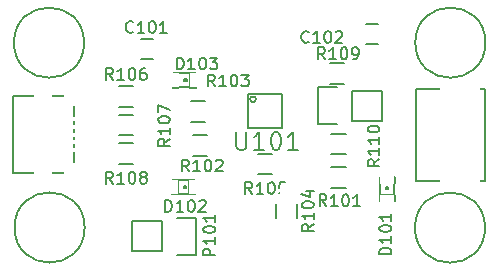
<source format=gbr>
G04 #@! TF.FileFunction,Legend,Top*
%FSLAX46Y46*%
G04 Gerber Fmt 4.6, Leading zero omitted, Abs format (unit mm)*
G04 Created by KiCad (PCBNEW (2015-01-29 BZR 5396)-product) date 3/24/2015 12:04:56 AM*
%MOMM*%
G01*
G04 APERTURE LIST*
%ADD10C,0.100000*%
%ADD11C,0.150000*%
%ADD12R,1.500000X1.250000*%
%ADD13R,1.198880X1.198880*%
%ADD14R,2.032000X2.032000*%
%ADD15O,2.032000X2.032000*%
%ADD16R,2.600000X0.500000*%
%ADD17R,3.400000X1.500000*%
%ADD18R,1.500000X1.300000*%
%ADD19R,1.300000X1.500000*%
%ADD20R,0.950000X0.330000*%
%ADD21O,1.600000X0.900000*%
%ADD22R,1.350000X0.400000*%
%ADD23R,1.400000X1.600000*%
%ADD24C,5.500000*%
G04 APERTURE END LIST*
D10*
D11*
X89110000Y-77550000D02*
X90110000Y-77550000D01*
X90110000Y-75850000D02*
X89110000Y-75850000D01*
X109210000Y-74570000D02*
X108210000Y-74570000D01*
X108210000Y-76270000D02*
X109210000Y-76270000D01*
X93227840Y-88649720D02*
X93227840Y-88974840D01*
X93227840Y-88974840D02*
X93728220Y-88974840D01*
X93728220Y-88649720D02*
X93728220Y-88974840D01*
X93227840Y-88649720D02*
X93728220Y-88649720D01*
X93227840Y-88027420D02*
X93227840Y-88177280D01*
X93227840Y-88177280D02*
X93479300Y-88177280D01*
X93479300Y-88027420D02*
X93479300Y-88177280D01*
X93227840Y-88027420D02*
X93479300Y-88027420D01*
X93227840Y-88522720D02*
X93227840Y-88672580D01*
X93227840Y-88672580D02*
X93479300Y-88672580D01*
X93479300Y-88522720D02*
X93479300Y-88672580D01*
X93227840Y-88522720D02*
X93479300Y-88522720D01*
X93227840Y-88151880D02*
X93227840Y-88548120D01*
X93227840Y-88548120D02*
X93403100Y-88548120D01*
X93403100Y-88151880D02*
X93403100Y-88548120D01*
X93227840Y-88151880D02*
X93403100Y-88151880D01*
X91731780Y-88649720D02*
X91731780Y-88974840D01*
X91731780Y-88974840D02*
X92232160Y-88974840D01*
X92232160Y-88649720D02*
X92232160Y-88974840D01*
X91731780Y-88649720D02*
X92232160Y-88649720D01*
X91731780Y-87725160D02*
X91731780Y-88050280D01*
X91731780Y-88050280D02*
X92232160Y-88050280D01*
X92232160Y-87725160D02*
X92232160Y-88050280D01*
X91731780Y-87725160D02*
X92232160Y-87725160D01*
X91980700Y-88522720D02*
X91980700Y-88672580D01*
X91980700Y-88672580D02*
X92232160Y-88672580D01*
X92232160Y-88522720D02*
X92232160Y-88672580D01*
X91980700Y-88522720D02*
X92232160Y-88522720D01*
X91980700Y-88027420D02*
X91980700Y-88177280D01*
X91980700Y-88177280D02*
X92232160Y-88177280D01*
X92232160Y-88027420D02*
X92232160Y-88177280D01*
X91980700Y-88027420D02*
X92232160Y-88027420D01*
X92056900Y-88151880D02*
X92056900Y-88548120D01*
X92056900Y-88548120D02*
X92232160Y-88548120D01*
X92232160Y-88151880D02*
X92232160Y-88548120D01*
X92056900Y-88151880D02*
X92232160Y-88151880D01*
X92730000Y-88250940D02*
X92730000Y-88449060D01*
X92730000Y-88449060D02*
X92928120Y-88449060D01*
X92928120Y-88250940D02*
X92928120Y-88449060D01*
X92730000Y-88250940D02*
X92928120Y-88250940D01*
X93227840Y-87750560D02*
X93227840Y-88050280D01*
X93227840Y-88050280D02*
X93527560Y-88050280D01*
X93527560Y-87750560D02*
X93527560Y-88050280D01*
X93227840Y-87750560D02*
X93527560Y-87750560D01*
X93654560Y-87725160D02*
X93654560Y-87951220D01*
X93654560Y-87951220D02*
X93728220Y-87951220D01*
X93728220Y-87725160D02*
X93728220Y-87951220D01*
X93654560Y-87725160D02*
X93728220Y-87725160D01*
X93253240Y-88924040D02*
X92206760Y-88924040D01*
X92232160Y-87775960D02*
X93654560Y-87775960D01*
X93650202Y-87900420D02*
G75*
G03X93650202Y-87900420I-71842J0D01*
G01*
X93728220Y-88002020D02*
G75*
G03X93728220Y-88697980I0J-347980D01*
G01*
X91731780Y-88697980D02*
G75*
G03X91731780Y-88002020I0J347980D01*
G01*
X93287840Y-79619720D02*
X93287840Y-79944840D01*
X93287840Y-79944840D02*
X93788220Y-79944840D01*
X93788220Y-79619720D02*
X93788220Y-79944840D01*
X93287840Y-79619720D02*
X93788220Y-79619720D01*
X93287840Y-78997420D02*
X93287840Y-79147280D01*
X93287840Y-79147280D02*
X93539300Y-79147280D01*
X93539300Y-78997420D02*
X93539300Y-79147280D01*
X93287840Y-78997420D02*
X93539300Y-78997420D01*
X93287840Y-79492720D02*
X93287840Y-79642580D01*
X93287840Y-79642580D02*
X93539300Y-79642580D01*
X93539300Y-79492720D02*
X93539300Y-79642580D01*
X93287840Y-79492720D02*
X93539300Y-79492720D01*
X93287840Y-79121880D02*
X93287840Y-79518120D01*
X93287840Y-79518120D02*
X93463100Y-79518120D01*
X93463100Y-79121880D02*
X93463100Y-79518120D01*
X93287840Y-79121880D02*
X93463100Y-79121880D01*
X91791780Y-79619720D02*
X91791780Y-79944840D01*
X91791780Y-79944840D02*
X92292160Y-79944840D01*
X92292160Y-79619720D02*
X92292160Y-79944840D01*
X91791780Y-79619720D02*
X92292160Y-79619720D01*
X91791780Y-78695160D02*
X91791780Y-79020280D01*
X91791780Y-79020280D02*
X92292160Y-79020280D01*
X92292160Y-78695160D02*
X92292160Y-79020280D01*
X91791780Y-78695160D02*
X92292160Y-78695160D01*
X92040700Y-79492720D02*
X92040700Y-79642580D01*
X92040700Y-79642580D02*
X92292160Y-79642580D01*
X92292160Y-79492720D02*
X92292160Y-79642580D01*
X92040700Y-79492720D02*
X92292160Y-79492720D01*
X92040700Y-78997420D02*
X92040700Y-79147280D01*
X92040700Y-79147280D02*
X92292160Y-79147280D01*
X92292160Y-78997420D02*
X92292160Y-79147280D01*
X92040700Y-78997420D02*
X92292160Y-78997420D01*
X92116900Y-79121880D02*
X92116900Y-79518120D01*
X92116900Y-79518120D02*
X92292160Y-79518120D01*
X92292160Y-79121880D02*
X92292160Y-79518120D01*
X92116900Y-79121880D02*
X92292160Y-79121880D01*
X92790000Y-79220940D02*
X92790000Y-79419060D01*
X92790000Y-79419060D02*
X92988120Y-79419060D01*
X92988120Y-79220940D02*
X92988120Y-79419060D01*
X92790000Y-79220940D02*
X92988120Y-79220940D01*
X93287840Y-78720560D02*
X93287840Y-79020280D01*
X93287840Y-79020280D02*
X93587560Y-79020280D01*
X93587560Y-78720560D02*
X93587560Y-79020280D01*
X93287840Y-78720560D02*
X93587560Y-78720560D01*
X93714560Y-78695160D02*
X93714560Y-78921220D01*
X93714560Y-78921220D02*
X93788220Y-78921220D01*
X93788220Y-78695160D02*
X93788220Y-78921220D01*
X93714560Y-78695160D02*
X93788220Y-78695160D01*
X93313240Y-79894040D02*
X92266760Y-79894040D01*
X92292160Y-78745960D02*
X93714560Y-78745960D01*
X93710202Y-78870420D02*
G75*
G03X93710202Y-78870420I-71842J0D01*
G01*
X93788220Y-78972020D02*
G75*
G03X93788220Y-79667980I0J-347980D01*
G01*
X91791780Y-79667980D02*
G75*
G03X91791780Y-78972020I0J347980D01*
G01*
X90920000Y-93810000D02*
X88380000Y-93810000D01*
X93740000Y-94090000D02*
X92190000Y-94090000D01*
X90920000Y-93810000D02*
X90920000Y-91270000D01*
X92190000Y-90990000D02*
X93740000Y-90990000D01*
X93740000Y-90990000D02*
X93740000Y-94090000D01*
X90920000Y-91270000D02*
X88380000Y-91270000D01*
X88380000Y-91270000D02*
X88380000Y-93810000D01*
X112440000Y-87842500D02*
X112440000Y-80092500D01*
X112440000Y-80092500D02*
X118290000Y-80092500D01*
X118290000Y-80092500D02*
X118290000Y-87842500D01*
X118290000Y-87842500D02*
X112440000Y-87842500D01*
X106440000Y-88435000D02*
X105240000Y-88435000D01*
X105240000Y-86685000D02*
X106440000Y-86685000D01*
X93500000Y-83965000D02*
X94700000Y-83965000D01*
X94700000Y-85715000D02*
X93500000Y-85715000D01*
X93380000Y-81115000D02*
X94580000Y-81115000D01*
X94580000Y-82865000D02*
X93380000Y-82865000D01*
X102335000Y-89810000D02*
X102335000Y-91010000D01*
X100585000Y-91010000D02*
X100585000Y-89810000D01*
X99050000Y-85525000D02*
X100250000Y-85525000D01*
X100250000Y-87275000D02*
X99050000Y-87275000D01*
X87240000Y-79815000D02*
X88440000Y-79815000D01*
X88440000Y-81565000D02*
X87240000Y-81565000D01*
X87220000Y-82245000D02*
X88420000Y-82245000D01*
X88420000Y-83995000D02*
X87220000Y-83995000D01*
X87270000Y-84645000D02*
X88470000Y-84645000D01*
X88470000Y-86395000D02*
X87270000Y-86395000D01*
X98849131Y-80925000D02*
G75*
G03X98849131Y-80925000I-244131J0D01*
G01*
X98220000Y-80510000D02*
X98220000Y-83360000D01*
X98220000Y-83360000D02*
X101070000Y-83360000D01*
X101070000Y-83360000D02*
X101070000Y-80510000D01*
X101070000Y-80510000D02*
X98220000Y-80510000D01*
X83465000Y-80690000D02*
X83465000Y-87140000D01*
X83465000Y-87140000D02*
X78265000Y-87140000D01*
X78265000Y-87140000D02*
X78265000Y-80690000D01*
X78265000Y-80690000D02*
X83465000Y-80690000D01*
X110269720Y-88042160D02*
X110594840Y-88042160D01*
X110594840Y-88042160D02*
X110594840Y-87541780D01*
X110269720Y-87541780D02*
X110594840Y-87541780D01*
X110269720Y-88042160D02*
X110269720Y-87541780D01*
X109647420Y-88042160D02*
X109797280Y-88042160D01*
X109797280Y-88042160D02*
X109797280Y-87790700D01*
X109647420Y-87790700D02*
X109797280Y-87790700D01*
X109647420Y-88042160D02*
X109647420Y-87790700D01*
X110142720Y-88042160D02*
X110292580Y-88042160D01*
X110292580Y-88042160D02*
X110292580Y-87790700D01*
X110142720Y-87790700D02*
X110292580Y-87790700D01*
X110142720Y-88042160D02*
X110142720Y-87790700D01*
X109771880Y-88042160D02*
X110168120Y-88042160D01*
X110168120Y-88042160D02*
X110168120Y-87866900D01*
X109771880Y-87866900D02*
X110168120Y-87866900D01*
X109771880Y-88042160D02*
X109771880Y-87866900D01*
X110269720Y-89538220D02*
X110594840Y-89538220D01*
X110594840Y-89538220D02*
X110594840Y-89037840D01*
X110269720Y-89037840D02*
X110594840Y-89037840D01*
X110269720Y-89538220D02*
X110269720Y-89037840D01*
X109345160Y-89538220D02*
X109670280Y-89538220D01*
X109670280Y-89538220D02*
X109670280Y-89037840D01*
X109345160Y-89037840D02*
X109670280Y-89037840D01*
X109345160Y-89538220D02*
X109345160Y-89037840D01*
X110142720Y-89289300D02*
X110292580Y-89289300D01*
X110292580Y-89289300D02*
X110292580Y-89037840D01*
X110142720Y-89037840D02*
X110292580Y-89037840D01*
X110142720Y-89289300D02*
X110142720Y-89037840D01*
X109647420Y-89289300D02*
X109797280Y-89289300D01*
X109797280Y-89289300D02*
X109797280Y-89037840D01*
X109647420Y-89037840D02*
X109797280Y-89037840D01*
X109647420Y-89289300D02*
X109647420Y-89037840D01*
X109771880Y-89213100D02*
X110168120Y-89213100D01*
X110168120Y-89213100D02*
X110168120Y-89037840D01*
X109771880Y-89037840D02*
X110168120Y-89037840D01*
X109771880Y-89213100D02*
X109771880Y-89037840D01*
X109870940Y-88540000D02*
X110069060Y-88540000D01*
X110069060Y-88540000D02*
X110069060Y-88341880D01*
X109870940Y-88341880D02*
X110069060Y-88341880D01*
X109870940Y-88540000D02*
X109870940Y-88341880D01*
X109370560Y-88042160D02*
X109670280Y-88042160D01*
X109670280Y-88042160D02*
X109670280Y-87742440D01*
X109370560Y-87742440D02*
X109670280Y-87742440D01*
X109370560Y-88042160D02*
X109370560Y-87742440D01*
X109345160Y-87615440D02*
X109571220Y-87615440D01*
X109571220Y-87615440D02*
X109571220Y-87541780D01*
X109345160Y-87541780D02*
X109571220Y-87541780D01*
X109345160Y-87615440D02*
X109345160Y-87541780D01*
X110544040Y-88016760D02*
X110544040Y-89063240D01*
X109395960Y-89037840D02*
X109395960Y-87615440D01*
X109592262Y-87691640D02*
G75*
G03X109592262Y-87691640I-71842J0D01*
G01*
X109622020Y-87541780D02*
G75*
G03X110317980Y-87541780I347980J0D01*
G01*
X110317980Y-89538220D02*
G75*
G03X109622020Y-89538220I-347980J0D01*
G01*
X118284848Y-76135000D02*
G75*
G03X118284848Y-76135000I-2969848J0D01*
G01*
X118254848Y-91795000D02*
G75*
G03X118254848Y-91795000I-2969848J0D01*
G01*
X84304848Y-76135000D02*
G75*
G03X84304848Y-76135000I-2969848J0D01*
G01*
X84354848Y-91785000D02*
G75*
G03X84354848Y-91785000I-2969848J0D01*
G01*
X106300000Y-79615000D02*
X105100000Y-79615000D01*
X105100000Y-77865000D02*
X106300000Y-77865000D01*
X106440000Y-85585000D02*
X105240000Y-85585000D01*
X105240000Y-83835000D02*
X106440000Y-83835000D01*
X106960000Y-80190000D02*
X109500000Y-80190000D01*
X104140000Y-79910000D02*
X105690000Y-79910000D01*
X106960000Y-80190000D02*
X106960000Y-82730000D01*
X105690000Y-83010000D02*
X104140000Y-83010000D01*
X104140000Y-83010000D02*
X104140000Y-79910000D01*
X106960000Y-82730000D02*
X109500000Y-82730000D01*
X109500000Y-82730000D02*
X109500000Y-80190000D01*
X88450953Y-75227143D02*
X88403334Y-75274762D01*
X88260477Y-75322381D01*
X88165239Y-75322381D01*
X88022381Y-75274762D01*
X87927143Y-75179524D01*
X87879524Y-75084286D01*
X87831905Y-74893810D01*
X87831905Y-74750952D01*
X87879524Y-74560476D01*
X87927143Y-74465238D01*
X88022381Y-74370000D01*
X88165239Y-74322381D01*
X88260477Y-74322381D01*
X88403334Y-74370000D01*
X88450953Y-74417619D01*
X89403334Y-75322381D02*
X88831905Y-75322381D01*
X89117619Y-75322381D02*
X89117619Y-74322381D01*
X89022381Y-74465238D01*
X88927143Y-74560476D01*
X88831905Y-74608095D01*
X90022381Y-74322381D02*
X90117620Y-74322381D01*
X90212858Y-74370000D01*
X90260477Y-74417619D01*
X90308096Y-74512857D01*
X90355715Y-74703333D01*
X90355715Y-74941429D01*
X90308096Y-75131905D01*
X90260477Y-75227143D01*
X90212858Y-75274762D01*
X90117620Y-75322381D01*
X90022381Y-75322381D01*
X89927143Y-75274762D01*
X89879524Y-75227143D01*
X89831905Y-75131905D01*
X89784286Y-74941429D01*
X89784286Y-74703333D01*
X89831905Y-74512857D01*
X89879524Y-74417619D01*
X89927143Y-74370000D01*
X90022381Y-74322381D01*
X91308096Y-75322381D02*
X90736667Y-75322381D01*
X91022381Y-75322381D02*
X91022381Y-74322381D01*
X90927143Y-74465238D01*
X90831905Y-74560476D01*
X90736667Y-74608095D01*
X103320953Y-76057143D02*
X103273334Y-76104762D01*
X103130477Y-76152381D01*
X103035239Y-76152381D01*
X102892381Y-76104762D01*
X102797143Y-76009524D01*
X102749524Y-75914286D01*
X102701905Y-75723810D01*
X102701905Y-75580952D01*
X102749524Y-75390476D01*
X102797143Y-75295238D01*
X102892381Y-75200000D01*
X103035239Y-75152381D01*
X103130477Y-75152381D01*
X103273334Y-75200000D01*
X103320953Y-75247619D01*
X104273334Y-76152381D02*
X103701905Y-76152381D01*
X103987619Y-76152381D02*
X103987619Y-75152381D01*
X103892381Y-75295238D01*
X103797143Y-75390476D01*
X103701905Y-75438095D01*
X104892381Y-75152381D02*
X104987620Y-75152381D01*
X105082858Y-75200000D01*
X105130477Y-75247619D01*
X105178096Y-75342857D01*
X105225715Y-75533333D01*
X105225715Y-75771429D01*
X105178096Y-75961905D01*
X105130477Y-76057143D01*
X105082858Y-76104762D01*
X104987620Y-76152381D01*
X104892381Y-76152381D01*
X104797143Y-76104762D01*
X104749524Y-76057143D01*
X104701905Y-75961905D01*
X104654286Y-75771429D01*
X104654286Y-75533333D01*
X104701905Y-75342857D01*
X104749524Y-75247619D01*
X104797143Y-75200000D01*
X104892381Y-75152381D01*
X105606667Y-75247619D02*
X105654286Y-75200000D01*
X105749524Y-75152381D01*
X105987620Y-75152381D01*
X106082858Y-75200000D01*
X106130477Y-75247619D01*
X106178096Y-75342857D01*
X106178096Y-75438095D01*
X106130477Y-75580952D01*
X105559048Y-76152381D01*
X106178096Y-76152381D01*
X91179524Y-90452381D02*
X91179524Y-89452381D01*
X91417619Y-89452381D01*
X91560477Y-89500000D01*
X91655715Y-89595238D01*
X91703334Y-89690476D01*
X91750953Y-89880952D01*
X91750953Y-90023810D01*
X91703334Y-90214286D01*
X91655715Y-90309524D01*
X91560477Y-90404762D01*
X91417619Y-90452381D01*
X91179524Y-90452381D01*
X92703334Y-90452381D02*
X92131905Y-90452381D01*
X92417619Y-90452381D02*
X92417619Y-89452381D01*
X92322381Y-89595238D01*
X92227143Y-89690476D01*
X92131905Y-89738095D01*
X93322381Y-89452381D02*
X93417620Y-89452381D01*
X93512858Y-89500000D01*
X93560477Y-89547619D01*
X93608096Y-89642857D01*
X93655715Y-89833333D01*
X93655715Y-90071429D01*
X93608096Y-90261905D01*
X93560477Y-90357143D01*
X93512858Y-90404762D01*
X93417620Y-90452381D01*
X93322381Y-90452381D01*
X93227143Y-90404762D01*
X93179524Y-90357143D01*
X93131905Y-90261905D01*
X93084286Y-90071429D01*
X93084286Y-89833333D01*
X93131905Y-89642857D01*
X93179524Y-89547619D01*
X93227143Y-89500000D01*
X93322381Y-89452381D01*
X94036667Y-89547619D02*
X94084286Y-89500000D01*
X94179524Y-89452381D01*
X94417620Y-89452381D01*
X94512858Y-89500000D01*
X94560477Y-89547619D01*
X94608096Y-89642857D01*
X94608096Y-89738095D01*
X94560477Y-89880952D01*
X93989048Y-90452381D01*
X94608096Y-90452381D01*
X92159524Y-78402381D02*
X92159524Y-77402381D01*
X92397619Y-77402381D01*
X92540477Y-77450000D01*
X92635715Y-77545238D01*
X92683334Y-77640476D01*
X92730953Y-77830952D01*
X92730953Y-77973810D01*
X92683334Y-78164286D01*
X92635715Y-78259524D01*
X92540477Y-78354762D01*
X92397619Y-78402381D01*
X92159524Y-78402381D01*
X93683334Y-78402381D02*
X93111905Y-78402381D01*
X93397619Y-78402381D02*
X93397619Y-77402381D01*
X93302381Y-77545238D01*
X93207143Y-77640476D01*
X93111905Y-77688095D01*
X94302381Y-77402381D02*
X94397620Y-77402381D01*
X94492858Y-77450000D01*
X94540477Y-77497619D01*
X94588096Y-77592857D01*
X94635715Y-77783333D01*
X94635715Y-78021429D01*
X94588096Y-78211905D01*
X94540477Y-78307143D01*
X94492858Y-78354762D01*
X94397620Y-78402381D01*
X94302381Y-78402381D01*
X94207143Y-78354762D01*
X94159524Y-78307143D01*
X94111905Y-78211905D01*
X94064286Y-78021429D01*
X94064286Y-77783333D01*
X94111905Y-77592857D01*
X94159524Y-77497619D01*
X94207143Y-77450000D01*
X94302381Y-77402381D01*
X94969048Y-77402381D02*
X95588096Y-77402381D01*
X95254762Y-77783333D01*
X95397620Y-77783333D01*
X95492858Y-77830952D01*
X95540477Y-77878571D01*
X95588096Y-77973810D01*
X95588096Y-78211905D01*
X95540477Y-78307143D01*
X95492858Y-78354762D01*
X95397620Y-78402381D01*
X95111905Y-78402381D01*
X95016667Y-78354762D01*
X94969048Y-78307143D01*
X95402381Y-94150476D02*
X94402381Y-94150476D01*
X94402381Y-93769523D01*
X94450000Y-93674285D01*
X94497619Y-93626666D01*
X94592857Y-93579047D01*
X94735714Y-93579047D01*
X94830952Y-93626666D01*
X94878571Y-93674285D01*
X94926190Y-93769523D01*
X94926190Y-94150476D01*
X95402381Y-92626666D02*
X95402381Y-93198095D01*
X95402381Y-92912381D02*
X94402381Y-92912381D01*
X94545238Y-93007619D01*
X94640476Y-93102857D01*
X94688095Y-93198095D01*
X94402381Y-92007619D02*
X94402381Y-91912380D01*
X94450000Y-91817142D01*
X94497619Y-91769523D01*
X94592857Y-91721904D01*
X94783333Y-91674285D01*
X95021429Y-91674285D01*
X95211905Y-91721904D01*
X95307143Y-91769523D01*
X95354762Y-91817142D01*
X95402381Y-91912380D01*
X95402381Y-92007619D01*
X95354762Y-92102857D01*
X95307143Y-92150476D01*
X95211905Y-92198095D01*
X95021429Y-92245714D01*
X94783333Y-92245714D01*
X94592857Y-92198095D01*
X94497619Y-92150476D01*
X94450000Y-92102857D01*
X94402381Y-92007619D01*
X95402381Y-90721904D02*
X95402381Y-91293333D01*
X95402381Y-91007619D02*
X94402381Y-91007619D01*
X94545238Y-91102857D01*
X94640476Y-91198095D01*
X94688095Y-91293333D01*
X104810953Y-89972381D02*
X104477619Y-89496190D01*
X104239524Y-89972381D02*
X104239524Y-88972381D01*
X104620477Y-88972381D01*
X104715715Y-89020000D01*
X104763334Y-89067619D01*
X104810953Y-89162857D01*
X104810953Y-89305714D01*
X104763334Y-89400952D01*
X104715715Y-89448571D01*
X104620477Y-89496190D01*
X104239524Y-89496190D01*
X105763334Y-89972381D02*
X105191905Y-89972381D01*
X105477619Y-89972381D02*
X105477619Y-88972381D01*
X105382381Y-89115238D01*
X105287143Y-89210476D01*
X105191905Y-89258095D01*
X106382381Y-88972381D02*
X106477620Y-88972381D01*
X106572858Y-89020000D01*
X106620477Y-89067619D01*
X106668096Y-89162857D01*
X106715715Y-89353333D01*
X106715715Y-89591429D01*
X106668096Y-89781905D01*
X106620477Y-89877143D01*
X106572858Y-89924762D01*
X106477620Y-89972381D01*
X106382381Y-89972381D01*
X106287143Y-89924762D01*
X106239524Y-89877143D01*
X106191905Y-89781905D01*
X106144286Y-89591429D01*
X106144286Y-89353333D01*
X106191905Y-89162857D01*
X106239524Y-89067619D01*
X106287143Y-89020000D01*
X106382381Y-88972381D01*
X107668096Y-89972381D02*
X107096667Y-89972381D01*
X107382381Y-89972381D02*
X107382381Y-88972381D01*
X107287143Y-89115238D01*
X107191905Y-89210476D01*
X107096667Y-89258095D01*
X93180953Y-87042381D02*
X92847619Y-86566190D01*
X92609524Y-87042381D02*
X92609524Y-86042381D01*
X92990477Y-86042381D01*
X93085715Y-86090000D01*
X93133334Y-86137619D01*
X93180953Y-86232857D01*
X93180953Y-86375714D01*
X93133334Y-86470952D01*
X93085715Y-86518571D01*
X92990477Y-86566190D01*
X92609524Y-86566190D01*
X94133334Y-87042381D02*
X93561905Y-87042381D01*
X93847619Y-87042381D02*
X93847619Y-86042381D01*
X93752381Y-86185238D01*
X93657143Y-86280476D01*
X93561905Y-86328095D01*
X94752381Y-86042381D02*
X94847620Y-86042381D01*
X94942858Y-86090000D01*
X94990477Y-86137619D01*
X95038096Y-86232857D01*
X95085715Y-86423333D01*
X95085715Y-86661429D01*
X95038096Y-86851905D01*
X94990477Y-86947143D01*
X94942858Y-86994762D01*
X94847620Y-87042381D01*
X94752381Y-87042381D01*
X94657143Y-86994762D01*
X94609524Y-86947143D01*
X94561905Y-86851905D01*
X94514286Y-86661429D01*
X94514286Y-86423333D01*
X94561905Y-86232857D01*
X94609524Y-86137619D01*
X94657143Y-86090000D01*
X94752381Y-86042381D01*
X95466667Y-86137619D02*
X95514286Y-86090000D01*
X95609524Y-86042381D01*
X95847620Y-86042381D01*
X95942858Y-86090000D01*
X95990477Y-86137619D01*
X96038096Y-86232857D01*
X96038096Y-86328095D01*
X95990477Y-86470952D01*
X95419048Y-87042381D01*
X96038096Y-87042381D01*
X95380953Y-79832381D02*
X95047619Y-79356190D01*
X94809524Y-79832381D02*
X94809524Y-78832381D01*
X95190477Y-78832381D01*
X95285715Y-78880000D01*
X95333334Y-78927619D01*
X95380953Y-79022857D01*
X95380953Y-79165714D01*
X95333334Y-79260952D01*
X95285715Y-79308571D01*
X95190477Y-79356190D01*
X94809524Y-79356190D01*
X96333334Y-79832381D02*
X95761905Y-79832381D01*
X96047619Y-79832381D02*
X96047619Y-78832381D01*
X95952381Y-78975238D01*
X95857143Y-79070476D01*
X95761905Y-79118095D01*
X96952381Y-78832381D02*
X97047620Y-78832381D01*
X97142858Y-78880000D01*
X97190477Y-78927619D01*
X97238096Y-79022857D01*
X97285715Y-79213333D01*
X97285715Y-79451429D01*
X97238096Y-79641905D01*
X97190477Y-79737143D01*
X97142858Y-79784762D01*
X97047620Y-79832381D01*
X96952381Y-79832381D01*
X96857143Y-79784762D01*
X96809524Y-79737143D01*
X96761905Y-79641905D01*
X96714286Y-79451429D01*
X96714286Y-79213333D01*
X96761905Y-79022857D01*
X96809524Y-78927619D01*
X96857143Y-78880000D01*
X96952381Y-78832381D01*
X97619048Y-78832381D02*
X98238096Y-78832381D01*
X97904762Y-79213333D01*
X98047620Y-79213333D01*
X98142858Y-79260952D01*
X98190477Y-79308571D01*
X98238096Y-79403810D01*
X98238096Y-79641905D01*
X98190477Y-79737143D01*
X98142858Y-79784762D01*
X98047620Y-79832381D01*
X97761905Y-79832381D01*
X97666667Y-79784762D01*
X97619048Y-79737143D01*
X103742381Y-91489047D02*
X103266190Y-91822381D01*
X103742381Y-92060476D02*
X102742381Y-92060476D01*
X102742381Y-91679523D01*
X102790000Y-91584285D01*
X102837619Y-91536666D01*
X102932857Y-91489047D01*
X103075714Y-91489047D01*
X103170952Y-91536666D01*
X103218571Y-91584285D01*
X103266190Y-91679523D01*
X103266190Y-92060476D01*
X103742381Y-90536666D02*
X103742381Y-91108095D01*
X103742381Y-90822381D02*
X102742381Y-90822381D01*
X102885238Y-90917619D01*
X102980476Y-91012857D01*
X103028095Y-91108095D01*
X102742381Y-89917619D02*
X102742381Y-89822380D01*
X102790000Y-89727142D01*
X102837619Y-89679523D01*
X102932857Y-89631904D01*
X103123333Y-89584285D01*
X103361429Y-89584285D01*
X103551905Y-89631904D01*
X103647143Y-89679523D01*
X103694762Y-89727142D01*
X103742381Y-89822380D01*
X103742381Y-89917619D01*
X103694762Y-90012857D01*
X103647143Y-90060476D01*
X103551905Y-90108095D01*
X103361429Y-90155714D01*
X103123333Y-90155714D01*
X102932857Y-90108095D01*
X102837619Y-90060476D01*
X102790000Y-90012857D01*
X102742381Y-89917619D01*
X103075714Y-88727142D02*
X103742381Y-88727142D01*
X102694762Y-88965238D02*
X103409048Y-89203333D01*
X103409048Y-88584285D01*
X98530953Y-88952381D02*
X98197619Y-88476190D01*
X97959524Y-88952381D02*
X97959524Y-87952381D01*
X98340477Y-87952381D01*
X98435715Y-88000000D01*
X98483334Y-88047619D01*
X98530953Y-88142857D01*
X98530953Y-88285714D01*
X98483334Y-88380952D01*
X98435715Y-88428571D01*
X98340477Y-88476190D01*
X97959524Y-88476190D01*
X99483334Y-88952381D02*
X98911905Y-88952381D01*
X99197619Y-88952381D02*
X99197619Y-87952381D01*
X99102381Y-88095238D01*
X99007143Y-88190476D01*
X98911905Y-88238095D01*
X100102381Y-87952381D02*
X100197620Y-87952381D01*
X100292858Y-88000000D01*
X100340477Y-88047619D01*
X100388096Y-88142857D01*
X100435715Y-88333333D01*
X100435715Y-88571429D01*
X100388096Y-88761905D01*
X100340477Y-88857143D01*
X100292858Y-88904762D01*
X100197620Y-88952381D01*
X100102381Y-88952381D01*
X100007143Y-88904762D01*
X99959524Y-88857143D01*
X99911905Y-88761905D01*
X99864286Y-88571429D01*
X99864286Y-88333333D01*
X99911905Y-88142857D01*
X99959524Y-88047619D01*
X100007143Y-88000000D01*
X100102381Y-87952381D01*
X101340477Y-87952381D02*
X100864286Y-87952381D01*
X100816667Y-88428571D01*
X100864286Y-88380952D01*
X100959524Y-88333333D01*
X101197620Y-88333333D01*
X101292858Y-88380952D01*
X101340477Y-88428571D01*
X101388096Y-88523810D01*
X101388096Y-88761905D01*
X101340477Y-88857143D01*
X101292858Y-88904762D01*
X101197620Y-88952381D01*
X100959524Y-88952381D01*
X100864286Y-88904762D01*
X100816667Y-88857143D01*
X86740953Y-79282381D02*
X86407619Y-78806190D01*
X86169524Y-79282381D02*
X86169524Y-78282381D01*
X86550477Y-78282381D01*
X86645715Y-78330000D01*
X86693334Y-78377619D01*
X86740953Y-78472857D01*
X86740953Y-78615714D01*
X86693334Y-78710952D01*
X86645715Y-78758571D01*
X86550477Y-78806190D01*
X86169524Y-78806190D01*
X87693334Y-79282381D02*
X87121905Y-79282381D01*
X87407619Y-79282381D02*
X87407619Y-78282381D01*
X87312381Y-78425238D01*
X87217143Y-78520476D01*
X87121905Y-78568095D01*
X88312381Y-78282381D02*
X88407620Y-78282381D01*
X88502858Y-78330000D01*
X88550477Y-78377619D01*
X88598096Y-78472857D01*
X88645715Y-78663333D01*
X88645715Y-78901429D01*
X88598096Y-79091905D01*
X88550477Y-79187143D01*
X88502858Y-79234762D01*
X88407620Y-79282381D01*
X88312381Y-79282381D01*
X88217143Y-79234762D01*
X88169524Y-79187143D01*
X88121905Y-79091905D01*
X88074286Y-78901429D01*
X88074286Y-78663333D01*
X88121905Y-78472857D01*
X88169524Y-78377619D01*
X88217143Y-78330000D01*
X88312381Y-78282381D01*
X89502858Y-78282381D02*
X89312381Y-78282381D01*
X89217143Y-78330000D01*
X89169524Y-78377619D01*
X89074286Y-78520476D01*
X89026667Y-78710952D01*
X89026667Y-79091905D01*
X89074286Y-79187143D01*
X89121905Y-79234762D01*
X89217143Y-79282381D01*
X89407620Y-79282381D01*
X89502858Y-79234762D01*
X89550477Y-79187143D01*
X89598096Y-79091905D01*
X89598096Y-78853810D01*
X89550477Y-78758571D01*
X89502858Y-78710952D01*
X89407620Y-78663333D01*
X89217143Y-78663333D01*
X89121905Y-78710952D01*
X89074286Y-78758571D01*
X89026667Y-78853810D01*
X91567381Y-84284047D02*
X91091190Y-84617381D01*
X91567381Y-84855476D02*
X90567381Y-84855476D01*
X90567381Y-84474523D01*
X90615000Y-84379285D01*
X90662619Y-84331666D01*
X90757857Y-84284047D01*
X90900714Y-84284047D01*
X90995952Y-84331666D01*
X91043571Y-84379285D01*
X91091190Y-84474523D01*
X91091190Y-84855476D01*
X91567381Y-83331666D02*
X91567381Y-83903095D01*
X91567381Y-83617381D02*
X90567381Y-83617381D01*
X90710238Y-83712619D01*
X90805476Y-83807857D01*
X90853095Y-83903095D01*
X90567381Y-82712619D02*
X90567381Y-82617380D01*
X90615000Y-82522142D01*
X90662619Y-82474523D01*
X90757857Y-82426904D01*
X90948333Y-82379285D01*
X91186429Y-82379285D01*
X91376905Y-82426904D01*
X91472143Y-82474523D01*
X91519762Y-82522142D01*
X91567381Y-82617380D01*
X91567381Y-82712619D01*
X91519762Y-82807857D01*
X91472143Y-82855476D01*
X91376905Y-82903095D01*
X91186429Y-82950714D01*
X90948333Y-82950714D01*
X90757857Y-82903095D01*
X90662619Y-82855476D01*
X90615000Y-82807857D01*
X90567381Y-82712619D01*
X90567381Y-82045952D02*
X90567381Y-81379285D01*
X91567381Y-81807857D01*
X86750953Y-88072381D02*
X86417619Y-87596190D01*
X86179524Y-88072381D02*
X86179524Y-87072381D01*
X86560477Y-87072381D01*
X86655715Y-87120000D01*
X86703334Y-87167619D01*
X86750953Y-87262857D01*
X86750953Y-87405714D01*
X86703334Y-87500952D01*
X86655715Y-87548571D01*
X86560477Y-87596190D01*
X86179524Y-87596190D01*
X87703334Y-88072381D02*
X87131905Y-88072381D01*
X87417619Y-88072381D02*
X87417619Y-87072381D01*
X87322381Y-87215238D01*
X87227143Y-87310476D01*
X87131905Y-87358095D01*
X88322381Y-87072381D02*
X88417620Y-87072381D01*
X88512858Y-87120000D01*
X88560477Y-87167619D01*
X88608096Y-87262857D01*
X88655715Y-87453333D01*
X88655715Y-87691429D01*
X88608096Y-87881905D01*
X88560477Y-87977143D01*
X88512858Y-88024762D01*
X88417620Y-88072381D01*
X88322381Y-88072381D01*
X88227143Y-88024762D01*
X88179524Y-87977143D01*
X88131905Y-87881905D01*
X88084286Y-87691429D01*
X88084286Y-87453333D01*
X88131905Y-87262857D01*
X88179524Y-87167619D01*
X88227143Y-87120000D01*
X88322381Y-87072381D01*
X89227143Y-87500952D02*
X89131905Y-87453333D01*
X89084286Y-87405714D01*
X89036667Y-87310476D01*
X89036667Y-87262857D01*
X89084286Y-87167619D01*
X89131905Y-87120000D01*
X89227143Y-87072381D01*
X89417620Y-87072381D01*
X89512858Y-87120000D01*
X89560477Y-87167619D01*
X89608096Y-87262857D01*
X89608096Y-87310476D01*
X89560477Y-87405714D01*
X89512858Y-87453333D01*
X89417620Y-87500952D01*
X89227143Y-87500952D01*
X89131905Y-87548571D01*
X89084286Y-87596190D01*
X89036667Y-87691429D01*
X89036667Y-87881905D01*
X89084286Y-87977143D01*
X89131905Y-88024762D01*
X89227143Y-88072381D01*
X89417620Y-88072381D01*
X89512858Y-88024762D01*
X89560477Y-87977143D01*
X89608096Y-87881905D01*
X89608096Y-87691429D01*
X89560477Y-87596190D01*
X89512858Y-87548571D01*
X89417620Y-87500952D01*
X97193572Y-83693571D02*
X97193572Y-84907857D01*
X97265000Y-85050714D01*
X97336429Y-85122143D01*
X97479286Y-85193571D01*
X97765000Y-85193571D01*
X97907858Y-85122143D01*
X97979286Y-85050714D01*
X98050715Y-84907857D01*
X98050715Y-83693571D01*
X99550715Y-85193571D02*
X98693572Y-85193571D01*
X99122144Y-85193571D02*
X99122144Y-83693571D01*
X98979287Y-83907857D01*
X98836429Y-84050714D01*
X98693572Y-84122143D01*
X100479286Y-83693571D02*
X100622143Y-83693571D01*
X100765000Y-83765000D01*
X100836429Y-83836429D01*
X100907858Y-83979286D01*
X100979286Y-84265000D01*
X100979286Y-84622143D01*
X100907858Y-84907857D01*
X100836429Y-85050714D01*
X100765000Y-85122143D01*
X100622143Y-85193571D01*
X100479286Y-85193571D01*
X100336429Y-85122143D01*
X100265000Y-85050714D01*
X100193572Y-84907857D01*
X100122143Y-84622143D01*
X100122143Y-84265000D01*
X100193572Y-83979286D01*
X100265000Y-83836429D01*
X100336429Y-83765000D01*
X100479286Y-83693571D01*
X102407857Y-85193571D02*
X101550714Y-85193571D01*
X101979286Y-85193571D02*
X101979286Y-83693571D01*
X101836429Y-83907857D01*
X101693571Y-84050714D01*
X101550714Y-84122143D01*
X110312381Y-94060476D02*
X109312381Y-94060476D01*
X109312381Y-93822381D01*
X109360000Y-93679523D01*
X109455238Y-93584285D01*
X109550476Y-93536666D01*
X109740952Y-93489047D01*
X109883810Y-93489047D01*
X110074286Y-93536666D01*
X110169524Y-93584285D01*
X110264762Y-93679523D01*
X110312381Y-93822381D01*
X110312381Y-94060476D01*
X110312381Y-92536666D02*
X110312381Y-93108095D01*
X110312381Y-92822381D02*
X109312381Y-92822381D01*
X109455238Y-92917619D01*
X109550476Y-93012857D01*
X109598095Y-93108095D01*
X109312381Y-91917619D02*
X109312381Y-91822380D01*
X109360000Y-91727142D01*
X109407619Y-91679523D01*
X109502857Y-91631904D01*
X109693333Y-91584285D01*
X109931429Y-91584285D01*
X110121905Y-91631904D01*
X110217143Y-91679523D01*
X110264762Y-91727142D01*
X110312381Y-91822380D01*
X110312381Y-91917619D01*
X110264762Y-92012857D01*
X110217143Y-92060476D01*
X110121905Y-92108095D01*
X109931429Y-92155714D01*
X109693333Y-92155714D01*
X109502857Y-92108095D01*
X109407619Y-92060476D01*
X109360000Y-92012857D01*
X109312381Y-91917619D01*
X110312381Y-90631904D02*
X110312381Y-91203333D01*
X110312381Y-90917619D02*
X109312381Y-90917619D01*
X109455238Y-91012857D01*
X109550476Y-91108095D01*
X109598095Y-91203333D01*
X104690953Y-77542381D02*
X104357619Y-77066190D01*
X104119524Y-77542381D02*
X104119524Y-76542381D01*
X104500477Y-76542381D01*
X104595715Y-76590000D01*
X104643334Y-76637619D01*
X104690953Y-76732857D01*
X104690953Y-76875714D01*
X104643334Y-76970952D01*
X104595715Y-77018571D01*
X104500477Y-77066190D01*
X104119524Y-77066190D01*
X105643334Y-77542381D02*
X105071905Y-77542381D01*
X105357619Y-77542381D02*
X105357619Y-76542381D01*
X105262381Y-76685238D01*
X105167143Y-76780476D01*
X105071905Y-76828095D01*
X106262381Y-76542381D02*
X106357620Y-76542381D01*
X106452858Y-76590000D01*
X106500477Y-76637619D01*
X106548096Y-76732857D01*
X106595715Y-76923333D01*
X106595715Y-77161429D01*
X106548096Y-77351905D01*
X106500477Y-77447143D01*
X106452858Y-77494762D01*
X106357620Y-77542381D01*
X106262381Y-77542381D01*
X106167143Y-77494762D01*
X106119524Y-77447143D01*
X106071905Y-77351905D01*
X106024286Y-77161429D01*
X106024286Y-76923333D01*
X106071905Y-76732857D01*
X106119524Y-76637619D01*
X106167143Y-76590000D01*
X106262381Y-76542381D01*
X107071905Y-77542381D02*
X107262381Y-77542381D01*
X107357620Y-77494762D01*
X107405239Y-77447143D01*
X107500477Y-77304286D01*
X107548096Y-77113810D01*
X107548096Y-76732857D01*
X107500477Y-76637619D01*
X107452858Y-76590000D01*
X107357620Y-76542381D01*
X107167143Y-76542381D01*
X107071905Y-76590000D01*
X107024286Y-76637619D01*
X106976667Y-76732857D01*
X106976667Y-76970952D01*
X107024286Y-77066190D01*
X107071905Y-77113810D01*
X107167143Y-77161429D01*
X107357620Y-77161429D01*
X107452858Y-77113810D01*
X107500477Y-77066190D01*
X107548096Y-76970952D01*
X109302381Y-86009047D02*
X108826190Y-86342381D01*
X109302381Y-86580476D02*
X108302381Y-86580476D01*
X108302381Y-86199523D01*
X108350000Y-86104285D01*
X108397619Y-86056666D01*
X108492857Y-86009047D01*
X108635714Y-86009047D01*
X108730952Y-86056666D01*
X108778571Y-86104285D01*
X108826190Y-86199523D01*
X108826190Y-86580476D01*
X109302381Y-85056666D02*
X109302381Y-85628095D01*
X109302381Y-85342381D02*
X108302381Y-85342381D01*
X108445238Y-85437619D01*
X108540476Y-85532857D01*
X108588095Y-85628095D01*
X109302381Y-84104285D02*
X109302381Y-84675714D01*
X109302381Y-84390000D02*
X108302381Y-84390000D01*
X108445238Y-84485238D01*
X108540476Y-84580476D01*
X108588095Y-84675714D01*
X108302381Y-83485238D02*
X108302381Y-83389999D01*
X108350000Y-83294761D01*
X108397619Y-83247142D01*
X108492857Y-83199523D01*
X108683333Y-83151904D01*
X108921429Y-83151904D01*
X109111905Y-83199523D01*
X109207143Y-83247142D01*
X109254762Y-83294761D01*
X109302381Y-83389999D01*
X109302381Y-83485238D01*
X109254762Y-83580476D01*
X109207143Y-83628095D01*
X109111905Y-83675714D01*
X108921429Y-83723333D01*
X108683333Y-83723333D01*
X108492857Y-83675714D01*
X108397619Y-83628095D01*
X108350000Y-83580476D01*
X108302381Y-83485238D01*
%LPC*%
D12*
X90860000Y-76700000D03*
X88360000Y-76700000D03*
X107460000Y-75420000D03*
X109960000Y-75420000D03*
D13*
X91680980Y-88350000D03*
X93779020Y-88350000D03*
X91740980Y-79320000D03*
X93839020Y-79320000D03*
D14*
X92190000Y-92540000D03*
D15*
X89650000Y-92540000D03*
D16*
X111065000Y-84967500D03*
X111065000Y-82967500D03*
D17*
X116165000Y-87317500D03*
X116165000Y-80617500D03*
D18*
X104490000Y-87560000D03*
X107190000Y-87560000D03*
X95450000Y-84840000D03*
X92750000Y-84840000D03*
X95330000Y-81990000D03*
X92630000Y-81990000D03*
D19*
X101460000Y-91760000D03*
X101460000Y-89060000D03*
D18*
X101000000Y-86400000D03*
X98300000Y-86400000D03*
X89190000Y-80690000D03*
X86490000Y-80690000D03*
X89170000Y-83120000D03*
X86470000Y-83120000D03*
X89220000Y-85520000D03*
X86520000Y-85520000D03*
D20*
X97670000Y-80935000D03*
X97670000Y-81435000D03*
X97670000Y-81935000D03*
X97670000Y-82435000D03*
X97670000Y-82935000D03*
X101620000Y-82935000D03*
X101620000Y-82435000D03*
X101620000Y-81935000D03*
X101620000Y-81435000D03*
X101620000Y-80935000D03*
D21*
X80865000Y-87215000D03*
X80865000Y-80615000D03*
D22*
X83540000Y-85215000D03*
X83540000Y-84565000D03*
X83540000Y-83915000D03*
X83540000Y-83265000D03*
X83540000Y-82615000D03*
D23*
X83315000Y-80715000D03*
X83315000Y-87115000D03*
D13*
X109970000Y-89589020D03*
X109970000Y-87490980D03*
D24*
X115315000Y-76135000D03*
X115315000Y-91795000D03*
X81335000Y-76135000D03*
X81335000Y-91785000D03*
D18*
X104350000Y-78740000D03*
X107050000Y-78740000D03*
X104490000Y-84710000D03*
X107190000Y-84710000D03*
D14*
X105690000Y-81460000D03*
D15*
X108230000Y-81460000D03*
M02*

</source>
